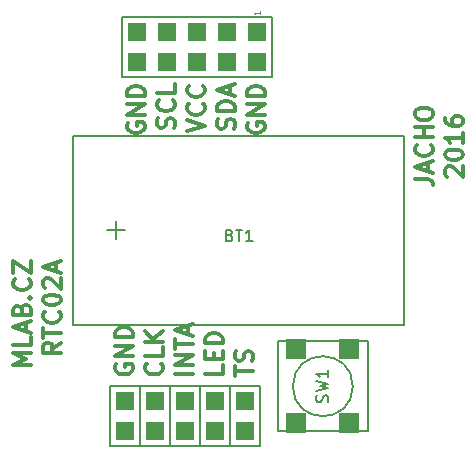
<source format=gbr>
%TF.GenerationSoftware,KiCad,Pcbnew,7.0.7-7.0.7~ubuntu23.04.1*%
%TF.CreationDate,2023-09-17T09:32:36+00:00*%
%TF.ProjectId,RTC02,52544330-322e-46b6-9963-61645f706362,rev?*%
%TF.SameCoordinates,Original*%
%TF.FileFunction,Legend,Top*%
%TF.FilePolarity,Positive*%
%FSLAX46Y46*%
G04 Gerber Fmt 4.6, Leading zero omitted, Abs format (unit mm)*
G04 Created by KiCad (PCBNEW 7.0.7-7.0.7~ubuntu23.04.1) date 2023-09-17 09:32:36*
%MOMM*%
%LPD*%
G01*
G04 APERTURE LIST*
%ADD10C,0.300000*%
%ADD11C,0.150000*%
%ADD12C,0.050000*%
%ADD13C,0.203200*%
%ADD14C,0.127000*%
%ADD15R,1.524000X1.524000*%
%ADD16R,1.676400X1.676400*%
G04 APERTURE END LIST*
D10*
X5250328Y10787429D02*
X4536042Y10287429D01*
X5250328Y9930286D02*
X3750328Y9930286D01*
X3750328Y9930286D02*
X3750328Y10501715D01*
X3750328Y10501715D02*
X3821757Y10644572D01*
X3821757Y10644572D02*
X3893185Y10716001D01*
X3893185Y10716001D02*
X4036042Y10787429D01*
X4036042Y10787429D02*
X4250328Y10787429D01*
X4250328Y10787429D02*
X4393185Y10716001D01*
X4393185Y10716001D02*
X4464614Y10644572D01*
X4464614Y10644572D02*
X4536042Y10501715D01*
X4536042Y10501715D02*
X4536042Y9930286D01*
X3750328Y11216001D02*
X3750328Y12073144D01*
X5250328Y11644572D02*
X3750328Y11644572D01*
X5107471Y13430286D02*
X5178900Y13358858D01*
X5178900Y13358858D02*
X5250328Y13144572D01*
X5250328Y13144572D02*
X5250328Y13001715D01*
X5250328Y13001715D02*
X5178900Y12787429D01*
X5178900Y12787429D02*
X5036042Y12644572D01*
X5036042Y12644572D02*
X4893185Y12573143D01*
X4893185Y12573143D02*
X4607471Y12501715D01*
X4607471Y12501715D02*
X4393185Y12501715D01*
X4393185Y12501715D02*
X4107471Y12573143D01*
X4107471Y12573143D02*
X3964614Y12644572D01*
X3964614Y12644572D02*
X3821757Y12787429D01*
X3821757Y12787429D02*
X3750328Y13001715D01*
X3750328Y13001715D02*
X3750328Y13144572D01*
X3750328Y13144572D02*
X3821757Y13358858D01*
X3821757Y13358858D02*
X3893185Y13430286D01*
X3750328Y14358858D02*
X3750328Y14501715D01*
X3750328Y14501715D02*
X3821757Y14644572D01*
X3821757Y14644572D02*
X3893185Y14716001D01*
X3893185Y14716001D02*
X4036042Y14787429D01*
X4036042Y14787429D02*
X4321757Y14858858D01*
X4321757Y14858858D02*
X4678900Y14858858D01*
X4678900Y14858858D02*
X4964614Y14787429D01*
X4964614Y14787429D02*
X5107471Y14716001D01*
X5107471Y14716001D02*
X5178900Y14644572D01*
X5178900Y14644572D02*
X5250328Y14501715D01*
X5250328Y14501715D02*
X5250328Y14358858D01*
X5250328Y14358858D02*
X5178900Y14216001D01*
X5178900Y14216001D02*
X5107471Y14144572D01*
X5107471Y14144572D02*
X4964614Y14073143D01*
X4964614Y14073143D02*
X4678900Y14001715D01*
X4678900Y14001715D02*
X4321757Y14001715D01*
X4321757Y14001715D02*
X4036042Y14073143D01*
X4036042Y14073143D02*
X3893185Y14144572D01*
X3893185Y14144572D02*
X3821757Y14216001D01*
X3821757Y14216001D02*
X3750328Y14358858D01*
X3893185Y15430286D02*
X3821757Y15501714D01*
X3821757Y15501714D02*
X3750328Y15644572D01*
X3750328Y15644572D02*
X3750328Y16001714D01*
X3750328Y16001714D02*
X3821757Y16144572D01*
X3821757Y16144572D02*
X3893185Y16216000D01*
X3893185Y16216000D02*
X4036042Y16287429D01*
X4036042Y16287429D02*
X4178900Y16287429D01*
X4178900Y16287429D02*
X4393185Y16216000D01*
X4393185Y16216000D02*
X5250328Y15358857D01*
X5250328Y15358857D02*
X5250328Y16287429D01*
X4821757Y16858857D02*
X4821757Y17573143D01*
X5250328Y16716000D02*
X3750328Y17216000D01*
X3750328Y17216000D02*
X5250328Y17716000D01*
X18966328Y8888796D02*
X18966328Y8174510D01*
X18966328Y8174510D02*
X17466328Y8174510D01*
X18180614Y9388796D02*
X18180614Y9888796D01*
X18966328Y10103082D02*
X18966328Y9388796D01*
X18966328Y9388796D02*
X17466328Y9388796D01*
X17466328Y9388796D02*
X17466328Y10103082D01*
X18966328Y10745939D02*
X17466328Y10745939D01*
X17466328Y10745939D02*
X17466328Y11103082D01*
X17466328Y11103082D02*
X17537757Y11317368D01*
X17537757Y11317368D02*
X17680614Y11460225D01*
X17680614Y11460225D02*
X17823471Y11531654D01*
X17823471Y11531654D02*
X18109185Y11603082D01*
X18109185Y11603082D02*
X18323471Y11603082D01*
X18323471Y11603082D02*
X18609185Y11531654D01*
X18609185Y11531654D02*
X18752042Y11460225D01*
X18752042Y11460225D02*
X18894900Y11317368D01*
X18894900Y11317368D02*
X18966328Y11103082D01*
X18966328Y11103082D02*
X18966328Y10745939D01*
X37929185Y24860572D02*
X37857757Y24932000D01*
X37857757Y24932000D02*
X37786328Y25074858D01*
X37786328Y25074858D02*
X37786328Y25432000D01*
X37786328Y25432000D02*
X37857757Y25574858D01*
X37857757Y25574858D02*
X37929185Y25646286D01*
X37929185Y25646286D02*
X38072042Y25717715D01*
X38072042Y25717715D02*
X38214900Y25717715D01*
X38214900Y25717715D02*
X38429185Y25646286D01*
X38429185Y25646286D02*
X39286328Y24789143D01*
X39286328Y24789143D02*
X39286328Y25717715D01*
X37786328Y26646286D02*
X37786328Y26789143D01*
X37786328Y26789143D02*
X37857757Y26932000D01*
X37857757Y26932000D02*
X37929185Y27003429D01*
X37929185Y27003429D02*
X38072042Y27074857D01*
X38072042Y27074857D02*
X38357757Y27146286D01*
X38357757Y27146286D02*
X38714900Y27146286D01*
X38714900Y27146286D02*
X39000614Y27074857D01*
X39000614Y27074857D02*
X39143471Y27003429D01*
X39143471Y27003429D02*
X39214900Y26932000D01*
X39214900Y26932000D02*
X39286328Y26789143D01*
X39286328Y26789143D02*
X39286328Y26646286D01*
X39286328Y26646286D02*
X39214900Y26503429D01*
X39214900Y26503429D02*
X39143471Y26432000D01*
X39143471Y26432000D02*
X39000614Y26360571D01*
X39000614Y26360571D02*
X38714900Y26289143D01*
X38714900Y26289143D02*
X38357757Y26289143D01*
X38357757Y26289143D02*
X38072042Y26360571D01*
X38072042Y26360571D02*
X37929185Y26432000D01*
X37929185Y26432000D02*
X37857757Y26503429D01*
X37857757Y26503429D02*
X37786328Y26646286D01*
X39286328Y28574857D02*
X39286328Y27717714D01*
X39286328Y28146285D02*
X37786328Y28146285D01*
X37786328Y28146285D02*
X38000614Y28003428D01*
X38000614Y28003428D02*
X38143471Y27860571D01*
X38143471Y27860571D02*
X38214900Y27717714D01*
X37786328Y29860571D02*
X37786328Y29574856D01*
X37786328Y29574856D02*
X37857757Y29431999D01*
X37857757Y29431999D02*
X37929185Y29360571D01*
X37929185Y29360571D02*
X38143471Y29217713D01*
X38143471Y29217713D02*
X38429185Y29146285D01*
X38429185Y29146285D02*
X39000614Y29146285D01*
X39000614Y29146285D02*
X39143471Y29217713D01*
X39143471Y29217713D02*
X39214900Y29289142D01*
X39214900Y29289142D02*
X39286328Y29431999D01*
X39286328Y29431999D02*
X39286328Y29717713D01*
X39286328Y29717713D02*
X39214900Y29860571D01*
X39214900Y29860571D02*
X39143471Y29931999D01*
X39143471Y29931999D02*
X39000614Y30003428D01*
X39000614Y30003428D02*
X38643471Y30003428D01*
X38643471Y30003428D02*
X38500614Y29931999D01*
X38500614Y29931999D02*
X38429185Y29860571D01*
X38429185Y29860571D02*
X38357757Y29717713D01*
X38357757Y29717713D02*
X38357757Y29431999D01*
X38357757Y29431999D02*
X38429185Y29289142D01*
X38429185Y29289142D02*
X38500614Y29217713D01*
X38500614Y29217713D02*
X38643471Y29146285D01*
X16426328Y8174510D02*
X14926328Y8174510D01*
X16426328Y8888796D02*
X14926328Y8888796D01*
X14926328Y8888796D02*
X16426328Y9745939D01*
X16426328Y9745939D02*
X14926328Y9745939D01*
X14926328Y10245940D02*
X14926328Y11103083D01*
X16426328Y10674511D02*
X14926328Y10674511D01*
X15997757Y11531654D02*
X15997757Y12245940D01*
X16426328Y11388797D02*
X14926328Y11888797D01*
X14926328Y11888797D02*
X16426328Y12388797D01*
X2710328Y8886571D02*
X1210328Y8886571D01*
X1210328Y8886571D02*
X2281757Y9386571D01*
X2281757Y9386571D02*
X1210328Y9886571D01*
X1210328Y9886571D02*
X2710328Y9886571D01*
X2710328Y11315143D02*
X2710328Y10600857D01*
X2710328Y10600857D02*
X1210328Y10600857D01*
X2281757Y11743715D02*
X2281757Y12458001D01*
X2710328Y11600858D02*
X1210328Y12100858D01*
X1210328Y12100858D02*
X2710328Y12600858D01*
X1924614Y13600857D02*
X1996042Y13815143D01*
X1996042Y13815143D02*
X2067471Y13886572D01*
X2067471Y13886572D02*
X2210328Y13958000D01*
X2210328Y13958000D02*
X2424614Y13958000D01*
X2424614Y13958000D02*
X2567471Y13886572D01*
X2567471Y13886572D02*
X2638900Y13815143D01*
X2638900Y13815143D02*
X2710328Y13672286D01*
X2710328Y13672286D02*
X2710328Y13100857D01*
X2710328Y13100857D02*
X1210328Y13100857D01*
X1210328Y13100857D02*
X1210328Y13600857D01*
X1210328Y13600857D02*
X1281757Y13743715D01*
X1281757Y13743715D02*
X1353185Y13815143D01*
X1353185Y13815143D02*
X1496042Y13886572D01*
X1496042Y13886572D02*
X1638900Y13886572D01*
X1638900Y13886572D02*
X1781757Y13815143D01*
X1781757Y13815143D02*
X1853185Y13743715D01*
X1853185Y13743715D02*
X1924614Y13600857D01*
X1924614Y13600857D02*
X1924614Y13100857D01*
X2567471Y14600857D02*
X2638900Y14672286D01*
X2638900Y14672286D02*
X2710328Y14600857D01*
X2710328Y14600857D02*
X2638900Y14529429D01*
X2638900Y14529429D02*
X2567471Y14600857D01*
X2567471Y14600857D02*
X2710328Y14600857D01*
X2567471Y16172286D02*
X2638900Y16100858D01*
X2638900Y16100858D02*
X2710328Y15886572D01*
X2710328Y15886572D02*
X2710328Y15743715D01*
X2710328Y15743715D02*
X2638900Y15529429D01*
X2638900Y15529429D02*
X2496042Y15386572D01*
X2496042Y15386572D02*
X2353185Y15315143D01*
X2353185Y15315143D02*
X2067471Y15243715D01*
X2067471Y15243715D02*
X1853185Y15243715D01*
X1853185Y15243715D02*
X1567471Y15315143D01*
X1567471Y15315143D02*
X1424614Y15386572D01*
X1424614Y15386572D02*
X1281757Y15529429D01*
X1281757Y15529429D02*
X1210328Y15743715D01*
X1210328Y15743715D02*
X1210328Y15886572D01*
X1210328Y15886572D02*
X1281757Y16100858D01*
X1281757Y16100858D02*
X1353185Y16172286D01*
X1210328Y16672286D02*
X1210328Y17672286D01*
X1210328Y17672286D02*
X2710328Y16672286D01*
X2710328Y16672286D02*
X2710328Y17672286D01*
X14830900Y28965489D02*
X14902328Y29179775D01*
X14902328Y29179775D02*
X14902328Y29536917D01*
X14902328Y29536917D02*
X14830900Y29679775D01*
X14830900Y29679775D02*
X14759471Y29751203D01*
X14759471Y29751203D02*
X14616614Y29822632D01*
X14616614Y29822632D02*
X14473757Y29822632D01*
X14473757Y29822632D02*
X14330900Y29751203D01*
X14330900Y29751203D02*
X14259471Y29679775D01*
X14259471Y29679775D02*
X14188042Y29536917D01*
X14188042Y29536917D02*
X14116614Y29251203D01*
X14116614Y29251203D02*
X14045185Y29108346D01*
X14045185Y29108346D02*
X13973757Y29036917D01*
X13973757Y29036917D02*
X13830900Y28965489D01*
X13830900Y28965489D02*
X13688042Y28965489D01*
X13688042Y28965489D02*
X13545185Y29036917D01*
X13545185Y29036917D02*
X13473757Y29108346D01*
X13473757Y29108346D02*
X13402328Y29251203D01*
X13402328Y29251203D02*
X13402328Y29608346D01*
X13402328Y29608346D02*
X13473757Y29822632D01*
X14759471Y31322631D02*
X14830900Y31251203D01*
X14830900Y31251203D02*
X14902328Y31036917D01*
X14902328Y31036917D02*
X14902328Y30894060D01*
X14902328Y30894060D02*
X14830900Y30679774D01*
X14830900Y30679774D02*
X14688042Y30536917D01*
X14688042Y30536917D02*
X14545185Y30465488D01*
X14545185Y30465488D02*
X14259471Y30394060D01*
X14259471Y30394060D02*
X14045185Y30394060D01*
X14045185Y30394060D02*
X13759471Y30465488D01*
X13759471Y30465488D02*
X13616614Y30536917D01*
X13616614Y30536917D02*
X13473757Y30679774D01*
X13473757Y30679774D02*
X13402328Y30894060D01*
X13402328Y30894060D02*
X13402328Y31036917D01*
X13402328Y31036917D02*
X13473757Y31251203D01*
X13473757Y31251203D02*
X13545185Y31322631D01*
X14902328Y32679774D02*
X14902328Y31965488D01*
X14902328Y31965488D02*
X13402328Y31965488D01*
X20006328Y7960225D02*
X20006328Y8817368D01*
X21506328Y8388796D02*
X20006328Y8388796D01*
X21434900Y9245939D02*
X21506328Y9460225D01*
X21506328Y9460225D02*
X21506328Y9817367D01*
X21506328Y9817367D02*
X21434900Y9960225D01*
X21434900Y9960225D02*
X21363471Y10031653D01*
X21363471Y10031653D02*
X21220614Y10103082D01*
X21220614Y10103082D02*
X21077757Y10103082D01*
X21077757Y10103082D02*
X20934900Y10031653D01*
X20934900Y10031653D02*
X20863471Y9960225D01*
X20863471Y9960225D02*
X20792042Y9817367D01*
X20792042Y9817367D02*
X20720614Y9531653D01*
X20720614Y9531653D02*
X20649185Y9388796D01*
X20649185Y9388796D02*
X20577757Y9317367D01*
X20577757Y9317367D02*
X20434900Y9245939D01*
X20434900Y9245939D02*
X20292042Y9245939D01*
X20292042Y9245939D02*
X20149185Y9317367D01*
X20149185Y9317367D02*
X20077757Y9388796D01*
X20077757Y9388796D02*
X20006328Y9531653D01*
X20006328Y9531653D02*
X20006328Y9888796D01*
X20006328Y9888796D02*
X20077757Y10103082D01*
X13743471Y9031653D02*
X13814900Y8960225D01*
X13814900Y8960225D02*
X13886328Y8745939D01*
X13886328Y8745939D02*
X13886328Y8603082D01*
X13886328Y8603082D02*
X13814900Y8388796D01*
X13814900Y8388796D02*
X13672042Y8245939D01*
X13672042Y8245939D02*
X13529185Y8174510D01*
X13529185Y8174510D02*
X13243471Y8103082D01*
X13243471Y8103082D02*
X13029185Y8103082D01*
X13029185Y8103082D02*
X12743471Y8174510D01*
X12743471Y8174510D02*
X12600614Y8245939D01*
X12600614Y8245939D02*
X12457757Y8388796D01*
X12457757Y8388796D02*
X12386328Y8603082D01*
X12386328Y8603082D02*
X12386328Y8745939D01*
X12386328Y8745939D02*
X12457757Y8960225D01*
X12457757Y8960225D02*
X12529185Y9031653D01*
X13886328Y10388796D02*
X13886328Y9674510D01*
X13886328Y9674510D02*
X12386328Y9674510D01*
X13886328Y10888796D02*
X12386328Y10888796D01*
X13886328Y11745939D02*
X13029185Y11103082D01*
X12386328Y11745939D02*
X13243471Y10888796D01*
X15942328Y28679775D02*
X17442328Y29179775D01*
X17442328Y29179775D02*
X15942328Y29679775D01*
X17299471Y31036917D02*
X17370900Y30965489D01*
X17370900Y30965489D02*
X17442328Y30751203D01*
X17442328Y30751203D02*
X17442328Y30608346D01*
X17442328Y30608346D02*
X17370900Y30394060D01*
X17370900Y30394060D02*
X17228042Y30251203D01*
X17228042Y30251203D02*
X17085185Y30179774D01*
X17085185Y30179774D02*
X16799471Y30108346D01*
X16799471Y30108346D02*
X16585185Y30108346D01*
X16585185Y30108346D02*
X16299471Y30179774D01*
X16299471Y30179774D02*
X16156614Y30251203D01*
X16156614Y30251203D02*
X16013757Y30394060D01*
X16013757Y30394060D02*
X15942328Y30608346D01*
X15942328Y30608346D02*
X15942328Y30751203D01*
X15942328Y30751203D02*
X16013757Y30965489D01*
X16013757Y30965489D02*
X16085185Y31036917D01*
X17299471Y32536917D02*
X17370900Y32465489D01*
X17370900Y32465489D02*
X17442328Y32251203D01*
X17442328Y32251203D02*
X17442328Y32108346D01*
X17442328Y32108346D02*
X17370900Y31894060D01*
X17370900Y31894060D02*
X17228042Y31751203D01*
X17228042Y31751203D02*
X17085185Y31679774D01*
X17085185Y31679774D02*
X16799471Y31608346D01*
X16799471Y31608346D02*
X16585185Y31608346D01*
X16585185Y31608346D02*
X16299471Y31679774D01*
X16299471Y31679774D02*
X16156614Y31751203D01*
X16156614Y31751203D02*
X16013757Y31894060D01*
X16013757Y31894060D02*
X15942328Y32108346D01*
X15942328Y32108346D02*
X15942328Y32251203D01*
X15942328Y32251203D02*
X16013757Y32465489D01*
X16013757Y32465489D02*
X16085185Y32536917D01*
X19910900Y28894061D02*
X19982328Y29108347D01*
X19982328Y29108347D02*
X19982328Y29465489D01*
X19982328Y29465489D02*
X19910900Y29608347D01*
X19910900Y29608347D02*
X19839471Y29679775D01*
X19839471Y29679775D02*
X19696614Y29751204D01*
X19696614Y29751204D02*
X19553757Y29751204D01*
X19553757Y29751204D02*
X19410900Y29679775D01*
X19410900Y29679775D02*
X19339471Y29608347D01*
X19339471Y29608347D02*
X19268042Y29465489D01*
X19268042Y29465489D02*
X19196614Y29179775D01*
X19196614Y29179775D02*
X19125185Y29036918D01*
X19125185Y29036918D02*
X19053757Y28965489D01*
X19053757Y28965489D02*
X18910900Y28894061D01*
X18910900Y28894061D02*
X18768042Y28894061D01*
X18768042Y28894061D02*
X18625185Y28965489D01*
X18625185Y28965489D02*
X18553757Y29036918D01*
X18553757Y29036918D02*
X18482328Y29179775D01*
X18482328Y29179775D02*
X18482328Y29536918D01*
X18482328Y29536918D02*
X18553757Y29751204D01*
X19982328Y30394060D02*
X18482328Y30394060D01*
X18482328Y30394060D02*
X18482328Y30751203D01*
X18482328Y30751203D02*
X18553757Y30965489D01*
X18553757Y30965489D02*
X18696614Y31108346D01*
X18696614Y31108346D02*
X18839471Y31179775D01*
X18839471Y31179775D02*
X19125185Y31251203D01*
X19125185Y31251203D02*
X19339471Y31251203D01*
X19339471Y31251203D02*
X19625185Y31179775D01*
X19625185Y31179775D02*
X19768042Y31108346D01*
X19768042Y31108346D02*
X19910900Y30965489D01*
X19910900Y30965489D02*
X19982328Y30751203D01*
X19982328Y30751203D02*
X19982328Y30394060D01*
X19553757Y31822632D02*
X19553757Y32536918D01*
X19982328Y31679775D02*
X18482328Y32179775D01*
X18482328Y32179775D02*
X19982328Y32679775D01*
X35246328Y24682000D02*
X36317757Y24682000D01*
X36317757Y24682000D02*
X36532042Y24610571D01*
X36532042Y24610571D02*
X36674900Y24467714D01*
X36674900Y24467714D02*
X36746328Y24253428D01*
X36746328Y24253428D02*
X36746328Y24110571D01*
X36317757Y25324857D02*
X36317757Y26039143D01*
X36746328Y25182000D02*
X35246328Y25682000D01*
X35246328Y25682000D02*
X36746328Y26182000D01*
X36603471Y27539142D02*
X36674900Y27467714D01*
X36674900Y27467714D02*
X36746328Y27253428D01*
X36746328Y27253428D02*
X36746328Y27110571D01*
X36746328Y27110571D02*
X36674900Y26896285D01*
X36674900Y26896285D02*
X36532042Y26753428D01*
X36532042Y26753428D02*
X36389185Y26681999D01*
X36389185Y26681999D02*
X36103471Y26610571D01*
X36103471Y26610571D02*
X35889185Y26610571D01*
X35889185Y26610571D02*
X35603471Y26681999D01*
X35603471Y26681999D02*
X35460614Y26753428D01*
X35460614Y26753428D02*
X35317757Y26896285D01*
X35317757Y26896285D02*
X35246328Y27110571D01*
X35246328Y27110571D02*
X35246328Y27253428D01*
X35246328Y27253428D02*
X35317757Y27467714D01*
X35317757Y27467714D02*
X35389185Y27539142D01*
X36746328Y28181999D02*
X35246328Y28181999D01*
X35960614Y28181999D02*
X35960614Y29039142D01*
X36746328Y29039142D02*
X35246328Y29039142D01*
X35246328Y30039143D02*
X35246328Y30324857D01*
X35246328Y30324857D02*
X35317757Y30467714D01*
X35317757Y30467714D02*
X35460614Y30610571D01*
X35460614Y30610571D02*
X35746328Y30682000D01*
X35746328Y30682000D02*
X36246328Y30682000D01*
X36246328Y30682000D02*
X36532042Y30610571D01*
X36532042Y30610571D02*
X36674900Y30467714D01*
X36674900Y30467714D02*
X36746328Y30324857D01*
X36746328Y30324857D02*
X36746328Y30039143D01*
X36746328Y30039143D02*
X36674900Y29896286D01*
X36674900Y29896286D02*
X36532042Y29753428D01*
X36532042Y29753428D02*
X36246328Y29682000D01*
X36246328Y29682000D02*
X35746328Y29682000D01*
X35746328Y29682000D02*
X35460614Y29753428D01*
X35460614Y29753428D02*
X35317757Y29896286D01*
X35317757Y29896286D02*
X35246328Y30039143D01*
X9917757Y8960225D02*
X9846328Y8817368D01*
X9846328Y8817368D02*
X9846328Y8603082D01*
X9846328Y8603082D02*
X9917757Y8388796D01*
X9917757Y8388796D02*
X10060614Y8245939D01*
X10060614Y8245939D02*
X10203471Y8174510D01*
X10203471Y8174510D02*
X10489185Y8103082D01*
X10489185Y8103082D02*
X10703471Y8103082D01*
X10703471Y8103082D02*
X10989185Y8174510D01*
X10989185Y8174510D02*
X11132042Y8245939D01*
X11132042Y8245939D02*
X11274900Y8388796D01*
X11274900Y8388796D02*
X11346328Y8603082D01*
X11346328Y8603082D02*
X11346328Y8745939D01*
X11346328Y8745939D02*
X11274900Y8960225D01*
X11274900Y8960225D02*
X11203471Y9031653D01*
X11203471Y9031653D02*
X10703471Y9031653D01*
X10703471Y9031653D02*
X10703471Y8745939D01*
X11346328Y9674510D02*
X9846328Y9674510D01*
X9846328Y9674510D02*
X11346328Y10531653D01*
X11346328Y10531653D02*
X9846328Y10531653D01*
X11346328Y11245939D02*
X9846328Y11245939D01*
X9846328Y11245939D02*
X9846328Y11603082D01*
X9846328Y11603082D02*
X9917757Y11817368D01*
X9917757Y11817368D02*
X10060614Y11960225D01*
X10060614Y11960225D02*
X10203471Y12031654D01*
X10203471Y12031654D02*
X10489185Y12103082D01*
X10489185Y12103082D02*
X10703471Y12103082D01*
X10703471Y12103082D02*
X10989185Y12031654D01*
X10989185Y12031654D02*
X11132042Y11960225D01*
X11132042Y11960225D02*
X11274900Y11817368D01*
X11274900Y11817368D02*
X11346328Y11603082D01*
X11346328Y11603082D02*
X11346328Y11245939D01*
X10933757Y29394060D02*
X10862328Y29251203D01*
X10862328Y29251203D02*
X10862328Y29036917D01*
X10862328Y29036917D02*
X10933757Y28822631D01*
X10933757Y28822631D02*
X11076614Y28679774D01*
X11076614Y28679774D02*
X11219471Y28608345D01*
X11219471Y28608345D02*
X11505185Y28536917D01*
X11505185Y28536917D02*
X11719471Y28536917D01*
X11719471Y28536917D02*
X12005185Y28608345D01*
X12005185Y28608345D02*
X12148042Y28679774D01*
X12148042Y28679774D02*
X12290900Y28822631D01*
X12290900Y28822631D02*
X12362328Y29036917D01*
X12362328Y29036917D02*
X12362328Y29179774D01*
X12362328Y29179774D02*
X12290900Y29394060D01*
X12290900Y29394060D02*
X12219471Y29465488D01*
X12219471Y29465488D02*
X11719471Y29465488D01*
X11719471Y29465488D02*
X11719471Y29179774D01*
X12362328Y30108345D02*
X10862328Y30108345D01*
X10862328Y30108345D02*
X12362328Y30965488D01*
X12362328Y30965488D02*
X10862328Y30965488D01*
X12362328Y31679774D02*
X10862328Y31679774D01*
X10862328Y31679774D02*
X10862328Y32036917D01*
X10862328Y32036917D02*
X10933757Y32251203D01*
X10933757Y32251203D02*
X11076614Y32394060D01*
X11076614Y32394060D02*
X11219471Y32465489D01*
X11219471Y32465489D02*
X11505185Y32536917D01*
X11505185Y32536917D02*
X11719471Y32536917D01*
X11719471Y32536917D02*
X12005185Y32465489D01*
X12005185Y32465489D02*
X12148042Y32394060D01*
X12148042Y32394060D02*
X12290900Y32251203D01*
X12290900Y32251203D02*
X12362328Y32036917D01*
X12362328Y32036917D02*
X12362328Y31679774D01*
X21093757Y29394060D02*
X21022328Y29251203D01*
X21022328Y29251203D02*
X21022328Y29036917D01*
X21022328Y29036917D02*
X21093757Y28822631D01*
X21093757Y28822631D02*
X21236614Y28679774D01*
X21236614Y28679774D02*
X21379471Y28608345D01*
X21379471Y28608345D02*
X21665185Y28536917D01*
X21665185Y28536917D02*
X21879471Y28536917D01*
X21879471Y28536917D02*
X22165185Y28608345D01*
X22165185Y28608345D02*
X22308042Y28679774D01*
X22308042Y28679774D02*
X22450900Y28822631D01*
X22450900Y28822631D02*
X22522328Y29036917D01*
X22522328Y29036917D02*
X22522328Y29179774D01*
X22522328Y29179774D02*
X22450900Y29394060D01*
X22450900Y29394060D02*
X22379471Y29465488D01*
X22379471Y29465488D02*
X21879471Y29465488D01*
X21879471Y29465488D02*
X21879471Y29179774D01*
X22522328Y30108345D02*
X21022328Y30108345D01*
X21022328Y30108345D02*
X22522328Y30965488D01*
X22522328Y30965488D02*
X21022328Y30965488D01*
X22522328Y31679774D02*
X21022328Y31679774D01*
X21022328Y31679774D02*
X21022328Y32036917D01*
X21022328Y32036917D02*
X21093757Y32251203D01*
X21093757Y32251203D02*
X21236614Y32394060D01*
X21236614Y32394060D02*
X21379471Y32465489D01*
X21379471Y32465489D02*
X21665185Y32536917D01*
X21665185Y32536917D02*
X21879471Y32536917D01*
X21879471Y32536917D02*
X22165185Y32465489D01*
X22165185Y32465489D02*
X22308042Y32394060D01*
X22308042Y32394060D02*
X22450900Y32251203D01*
X22450900Y32251203D02*
X22522328Y32036917D01*
X22522328Y32036917D02*
X22522328Y31679774D01*
D11*
X19534285Y19888990D02*
X19677142Y19841371D01*
X19677142Y19841371D02*
X19724761Y19793752D01*
X19724761Y19793752D02*
X19772380Y19698514D01*
X19772380Y19698514D02*
X19772380Y19555657D01*
X19772380Y19555657D02*
X19724761Y19460419D01*
X19724761Y19460419D02*
X19677142Y19412800D01*
X19677142Y19412800D02*
X19581904Y19365180D01*
X19581904Y19365180D02*
X19200952Y19365180D01*
X19200952Y19365180D02*
X19200952Y20365180D01*
X19200952Y20365180D02*
X19534285Y20365180D01*
X19534285Y20365180D02*
X19629523Y20317561D01*
X19629523Y20317561D02*
X19677142Y20269942D01*
X19677142Y20269942D02*
X19724761Y20174704D01*
X19724761Y20174704D02*
X19724761Y20079466D01*
X19724761Y20079466D02*
X19677142Y19984228D01*
X19677142Y19984228D02*
X19629523Y19936609D01*
X19629523Y19936609D02*
X19534285Y19888990D01*
X19534285Y19888990D02*
X19200952Y19888990D01*
X20058095Y20365180D02*
X20629523Y20365180D01*
X20343809Y19365180D02*
X20343809Y20365180D01*
X21486666Y19365180D02*
X20915238Y19365180D01*
X21200952Y19365180D02*
X21200952Y20365180D01*
X21200952Y20365180D02*
X21105714Y20222323D01*
X21105714Y20222323D02*
X21010476Y20127085D01*
X21010476Y20127085D02*
X20915238Y20079466D01*
X9118695Y20316866D02*
X10642505Y20316866D01*
X9880600Y19554961D02*
X9880600Y21078771D01*
D12*
X22072709Y38877857D02*
X22072709Y38592143D01*
X22072709Y38735000D02*
X21572709Y38735000D01*
X21572709Y38735000D02*
X21644138Y38687381D01*
X21644138Y38687381D02*
X21691757Y38639762D01*
X21691757Y38639762D02*
X21715566Y38592143D01*
D13*
X27843073Y5757333D02*
X27891453Y5902476D01*
X27891453Y5902476D02*
X27891453Y6144381D01*
X27891453Y6144381D02*
X27843073Y6241143D01*
X27843073Y6241143D02*
X27794692Y6289524D01*
X27794692Y6289524D02*
X27697930Y6337905D01*
X27697930Y6337905D02*
X27601168Y6337905D01*
X27601168Y6337905D02*
X27504406Y6289524D01*
X27504406Y6289524D02*
X27456025Y6241143D01*
X27456025Y6241143D02*
X27407644Y6144381D01*
X27407644Y6144381D02*
X27359263Y5950857D01*
X27359263Y5950857D02*
X27310882Y5854095D01*
X27310882Y5854095D02*
X27262501Y5805714D01*
X27262501Y5805714D02*
X27165739Y5757333D01*
X27165739Y5757333D02*
X27068977Y5757333D01*
X27068977Y5757333D02*
X26972215Y5805714D01*
X26972215Y5805714D02*
X26923834Y5854095D01*
X26923834Y5854095D02*
X26875453Y5950857D01*
X26875453Y5950857D02*
X26875453Y6192762D01*
X26875453Y6192762D02*
X26923834Y6337905D01*
X26875453Y6676571D02*
X27891453Y6918476D01*
X27891453Y6918476D02*
X27165739Y7112000D01*
X27165739Y7112000D02*
X27891453Y7305524D01*
X27891453Y7305524D02*
X26875453Y7547429D01*
X27891453Y8466667D02*
X27891453Y7886095D01*
X27891453Y8176381D02*
X26875453Y8176381D01*
X26875453Y8176381D02*
X27020596Y8079619D01*
X27020596Y8079619D02*
X27117358Y7982857D01*
X27117358Y7982857D02*
X27165739Y7886095D01*
D11*
%TO.C,BT1*%
X6320000Y28320000D02*
X34320000Y28320000D01*
X6320000Y12320000D02*
X6320000Y28320000D01*
X34320000Y28320000D02*
X34320000Y12320000D01*
X34320000Y12320000D02*
X6320000Y12320000D01*
%TO.C,J1*%
X23114000Y38354000D02*
X23114000Y33274000D01*
X10414000Y38354000D02*
X23114000Y38354000D01*
X23114000Y33274000D02*
X10414000Y33274000D01*
X10414000Y33274000D02*
X10414000Y38354000D01*
%TO.C,J2*%
X17018000Y2032000D02*
X17018000Y7112000D01*
X19558000Y2032000D02*
X17018000Y2032000D01*
X17018000Y7112000D02*
X19558000Y7112000D01*
X19558000Y7112000D02*
X19558000Y2032000D01*
%TO.C,J3*%
X14478000Y2032000D02*
X14478000Y7112000D01*
X17018000Y2032000D02*
X14478000Y2032000D01*
X14478000Y7112000D02*
X17018000Y7112000D01*
X17018000Y7112000D02*
X17018000Y2032000D01*
%TO.C,J4*%
X11938000Y2032000D02*
X11938000Y7112000D01*
X14478000Y2032000D02*
X11938000Y2032000D01*
X11938000Y7112000D02*
X14478000Y7112000D01*
X14478000Y7112000D02*
X14478000Y2032000D01*
%TO.C,J5*%
X19558000Y2032000D02*
X19558000Y7112000D01*
X22098000Y2032000D02*
X19558000Y2032000D01*
X19558000Y7112000D02*
X22098000Y7112000D01*
X22098000Y7112000D02*
X22098000Y2032000D01*
D14*
%TO.C,SW1*%
X23622000Y3302000D02*
X31242000Y3302000D01*
X23622000Y3302000D02*
X23622000Y10922000D01*
X23622000Y10922000D02*
X31242000Y10922000D01*
X31242000Y10922000D02*
X31242000Y3302000D01*
X29972000Y7112000D02*
G75*
G03*
X29972000Y7112000I-2540000J0D01*
G01*
D11*
%TO.C,J6*%
X9398000Y2032000D02*
X9398000Y7112000D01*
X11938000Y2032000D02*
X9398000Y2032000D01*
X9398000Y7112000D02*
X11938000Y7112000D01*
X11938000Y7112000D02*
X11938000Y2032000D01*
%TD*%
D15*
%TO.C,J1*%
X21844000Y37084000D03*
X21844000Y34544000D03*
X19304000Y37084000D03*
X19304000Y34544000D03*
X16764000Y37084000D03*
X16764000Y34544000D03*
X14224000Y37084000D03*
X14224000Y34544000D03*
X11684000Y37084000D03*
X11684000Y34544000D03*
%TD*%
%TO.C,J2*%
X18288000Y3302000D03*
X18288000Y5842000D03*
%TD*%
%TO.C,J3*%
X15748000Y3302000D03*
X15748000Y5842000D03*
%TD*%
%TO.C,J4*%
X13208000Y3302000D03*
X13208000Y5842000D03*
%TD*%
%TO.C,J5*%
X20828000Y3302000D03*
X20828000Y5842000D03*
%TD*%
D16*
%TO.C,SW1*%
X25182000Y3962000D03*
X25182000Y10262000D03*
X29682000Y3962000D03*
X29682000Y10262000D03*
%TD*%
D15*
%TO.C,J6*%
X10668000Y3302000D03*
X10668000Y5842000D03*
%TD*%
M02*

</source>
